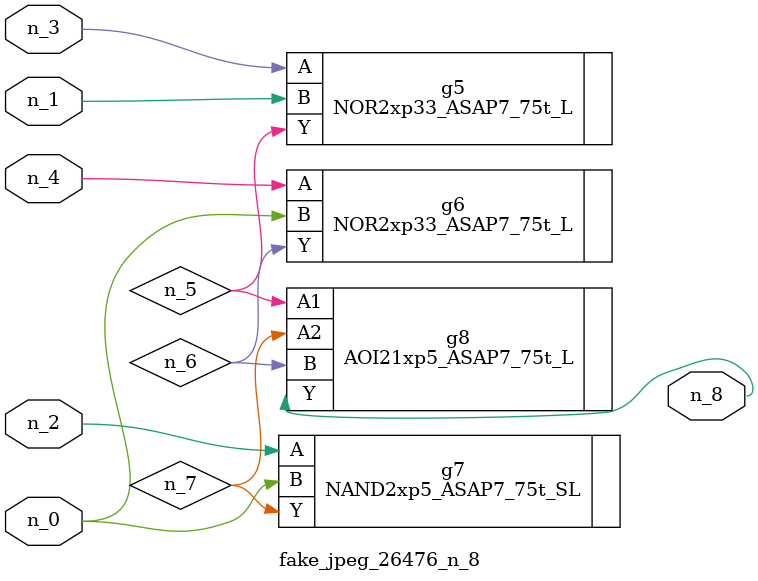
<source format=v>
module fake_jpeg_26476_n_8 (n_3, n_2, n_1, n_0, n_4, n_8);

input n_3;
input n_2;
input n_1;
input n_0;
input n_4;

output n_8;

wire n_6;
wire n_5;
wire n_7;

NOR2xp33_ASAP7_75t_L g5 ( 
.A(n_3),
.B(n_1),
.Y(n_5)
);

NOR2xp33_ASAP7_75t_L g6 ( 
.A(n_4),
.B(n_0),
.Y(n_6)
);

NAND2xp5_ASAP7_75t_SL g7 ( 
.A(n_2),
.B(n_0),
.Y(n_7)
);

AOI21xp5_ASAP7_75t_L g8 ( 
.A1(n_5),
.A2(n_7),
.B(n_6),
.Y(n_8)
);


endmodule
</source>
